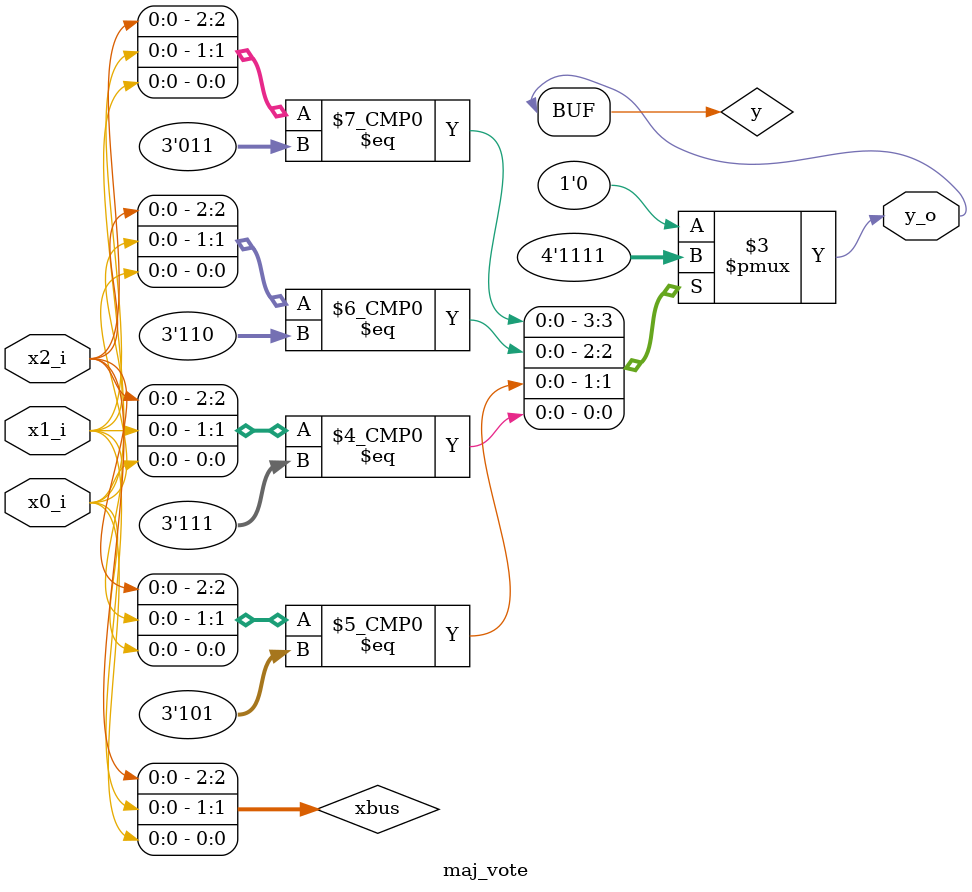
<source format=sv>
module maj_vote(
    input   logic             x0_i,
    input   logic             x1_i,
    input   logic             x2_i,
    output  logic             y_o
);

logic [2:0]     xbus;
logic           y;
assign xbus = {x2_i, x1_i, x0_i};

always_comb begin : majority_logic
    case (xbus)
        3'b011:     y = 1'b1;
        3'b110:     y = 1'b1;
        3'b101:     y = 1'b1;
        3'b111:     y = 1'b1;
        default:    y = 1'b0;
    endcase
end
assign y_o = y;

endmodule

</source>
